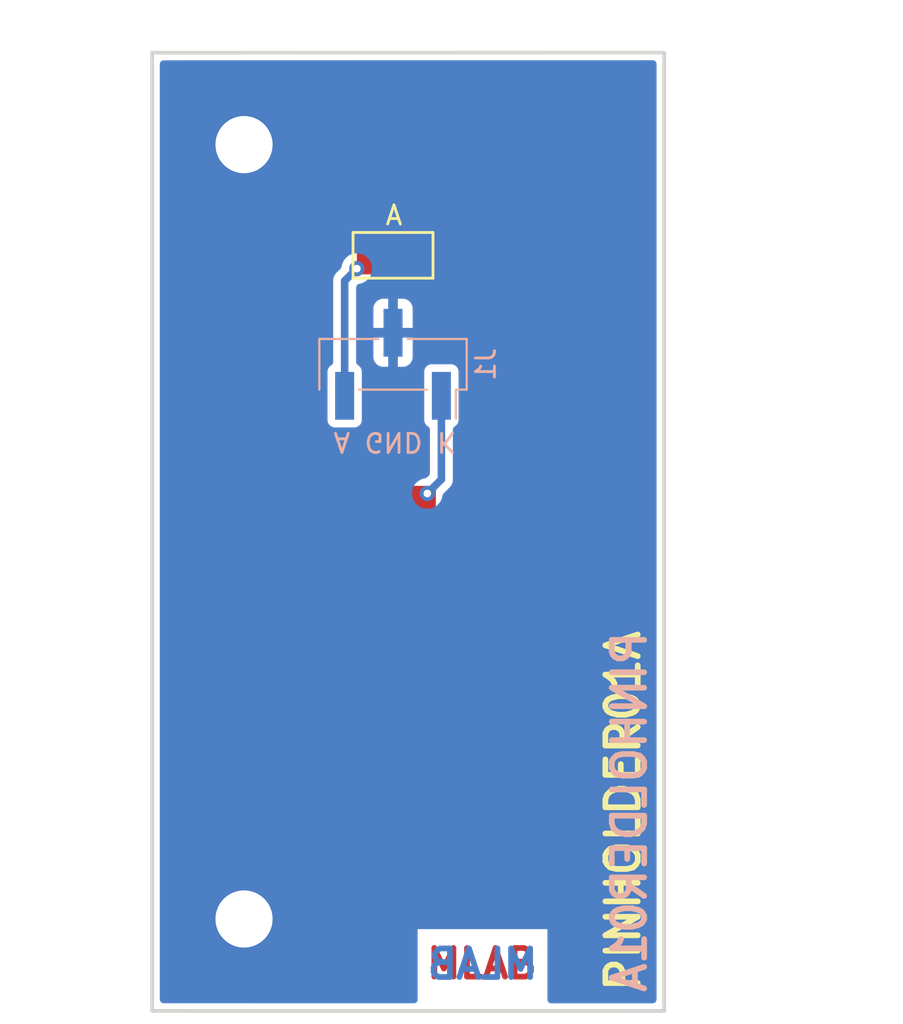
<source format=kicad_pcb>
(kicad_pcb (version 20211014) (generator pcbnew)
  (title_block (title "PINHOLDER01A") (date "2023-04-12") (rev "01A") (company "www.mlab.cz"))
  (layers (0 "F.Cu" signal) (31 "B.Cu" signal) (34 "B.Paste" user) (35 "F.Paste" user) (36 "B.SilkS" user "B.Silkscreen") (37 "F.SilkS" user "F.Silkscreen") (38 "B.Mask" user) (39 "F.Mask" user) (44 "Edge.Cuts" user))
  (net 0 "")
  (net 1 "/circle_0")
  (net 2 "GND")
  (net 3 "Net-(J1-Pad3)")
  (footprint "Mlab_Mechanical:MountingHole_3mm" (layer "F.Cu") (at 114.175179 70.341146)
    (fp_text reference "M3" hide)
    (fp_text value "HOLE" hide)
    (pad "1" thru_hole circle locked (at 0 0) (size 6 6) (drill 3) (layers F&B.Cu *.Adhes *.Mask) (net 2 "GND") (clearance 1))
  )
  (footprint "Mlab_Mechanical:MountingHole_3mm" (layer "F.Cu") (at 114.175179 110.981146)
    (fp_text reference "M4" hide)
    (fp_text value "HOLE" hide)
    (pad "1" thru_hole circle locked (at 0 0) (size 6 6) (drill 3) (layers F&B.Cu *.Adhes *.Mask) (net 2 "GND") (clearance 1))
  )
  (footprint "Mlab_CON:TestPoint_Pad_D0.5mm_noSilk" (layer "F.Cu") (at 120.75 90.75 90)
    (property "Value" "TestPoint")
    (fp_text reference "TP1" hide)
    (fp_text value "TestPoint" hide)
    (pad "1" smd circle (at 0 0 90) (size 0.5099 0.5099) (layers "F.Cu" "F.Mask") (net 1 "/circle_0"))
  )
  (footprint "TestPoint:TestPoint_Keystone_5019_Minature" (layer "F.Cu") (at 122 76.15 180)
    (property "Value" "TestPoint")
    (fp_text reference "TP2" hide)
    (fp_text value "TestPoint" hide)
    (fp_line (start -2.1 -1.2) (end 2.1 -1.2) (layer "F.SilkS") (width 0.15))
    (fp_line (start -2.1 1.2) (end -2.1 -1.2) (layer "F.SilkS") (width 0.15))
    (fp_line (start 2.1 -1.2) (end 2.1 1.2) (layer "F.SilkS") (width 0.15))
    (fp_line (start 2.1 1.2) (end -2.1 1.2) (layer "F.SilkS") (width 0.15))
    (pad "1" smd rect (at 0 0 180) (size 3.8 2) (layers "F.Cu" "F.Paste" "F.Mask") (net 3 "Net-(J1-Pad3)"))
  )
  (footprint "Connector_PinHeader_2.54mm:PinHeader_1x03_P2.54mm_Vertical_SMD_Pin1Left" (layer "B.Cu") (at 122 81.87 90)
    (fp_text reference "J1" (at 0 4.87 90) (layer "B.SilkS") (effects (justify mirror)))
    (fp_text value "HEADER_1x03" hide)
    (fp_line (start -1.33 -3.87) (end 1.33 -3.87) (layer "B.SilkS") (width 0.12))
    (fp_line (start -1.33 1.78) (end -1.33 -1.78) (layer "B.SilkS") (width 0.12))
    (fp_line (start -1.33 3.87) (end 1.33 3.87) (layer "B.SilkS") (width 0.12))
    (fp_line (start -1.33 3.87) (end -1.33 3.3) (layer "B.SilkS") (width 0.12))
    (fp_line (start 1.33 -0.76) (end 1.33 -3.87) (layer "B.SilkS") (width 0.12))
    (fp_line (start 1.33 -3.3) (end 1.33 -3.87) (layer "B.SilkS") (width 0.12))
    (fp_line (start -1.33 3.3) (end -2.85 3.3) (layer "B.SilkS") (width 0.12))
    (fp_line (start 1.33 3.87) (end 1.33 0.76) (layer "B.SilkS") (width 0.12))
    (pad "1" smd rect locked (at -1.655 2.54 90) (size 2.51 1) (layers "B.Cu" "B.Paste" "B.Mask") (net 1 "/circle_0"))
    (pad "2" smd rect locked (at 1.655 0 90) (size 2.51 1) (layers "B.Cu" "B.Paste" "B.Mask") (net 2 "GND"))
    (pad "3" smd rect locked (at -1.655 -2.54 90) (size 2.51 1) (layers "B.Cu" "B.Paste" "B.Mask") (net 3 "Net-(J1-Pad3)"))
  )
  (gr_line (start 136.24 115.81) (end 136.24 65.51) (layer "Edge.Cuts") (width 0.2))
  (gr_line (start 109.349179 115.807146) (end 109.349179 65.515146) (layer "Edge.Cuts") (width 0.2))
  (gr_line (start 109.349179 115.807146) (end 136.24 115.81) (layer "Edge.Cuts") (width 0.2))
  (gr_line (start 109.349179 65.515146) (end 136.24 65.51) (layer "Edge.Cuts") (width 0.2))
  (gr_text "MLAB" (at 126.670347 113.327745) (layer "F.Cu") (effects (font (size 1.5 1.5) (thickness 0.3))))
  (gr_text "MLAB" (at 126.7 113.35) (layer "B.Cu") (effects (font (size 1.5 1.5) (thickness 0.3)) (justify mirror)))
  (gr_text "PINHOLDER01A" (at 134.4168 105.3592 90) (layer "B.SilkS") (effects (font (size 1.7 1.7) (thickness 0.3)) (justify mirror)))
  (gr_text "A GND K" (at 122.1 85.95 180) (layer "B.SilkS") (effects (font (size 1 1)) (justify mirror)))
  (gr_text "PINHOLDER01A" (at 134.08 105.32 90) (layer "F.SilkS") (effects (font (size 1.7 1.7) (thickness 0.3))))
  (gr_text "A" (at 122.05 74.05) (layer "F.SilkS") (effects (font (size 1 1))))
  (via (at 123.8 88.65) (size 0.8) (drill 0.4) (layers "F.Cu" "B.Cu") (net 1))
  (segment (start 124.54 87.91) (end 123.8 88.65) (width 0.4) (layer "B.Cu") (net 1))
  (segment (start 124.54 83.525) (end 124.54 87.91) (width 0.4) (layer "B.Cu") (net 1))
  (segment (start 120.95 76.55) (end 120.55 76.95) (width 0.4) (layer "F.Cu") (net 3))
  (segment (start 120.1 76.85) (end 121.3 76.85) (width 0.4) (layer "F.Cu") (net 3))
  (via (at 120.1 76.85) (size 0.8) (drill 0.4) (layers "F.Cu" "B.Cu") (net 3))
  (segment (start 120.1 76.85) (end 119.46 77.49) (width 0.4) (layer "B.Cu") (net 3))
  (segment (start 119.46 77.49) (end 119.46 83.525) (width 0.4) (layer "B.Cu") (net 3))
  (zone (net 1) (net_name "/circle_0") (layer "F.Cu") (name "circle_0") (priority 10) (connect_pads yes (clearance 0.508)) (min_thickness 0.254) (fill yes (thermal_gap 0.508) (thermal_bridge_width 0.508))
    (polygon (pts (xy 124.25 88.25) (xy 124.25 93.25) (xy 119.25 93.25) (xy 119.25 88.25)))
  )
  (zone (net 2) (net_name "GND") (layer "B.Cu") (connect_pads (clearance 0.4)) (min_thickness 0.4) (fill yes (thermal_gap 0.53) (thermal_bridge_width 0.508))
    (polygon (pts (xy 147.36 115.75) (xy 101.36 115.75) (xy 101.36 62.75) (xy 147.36 62.75)))
  )
)
</source>
